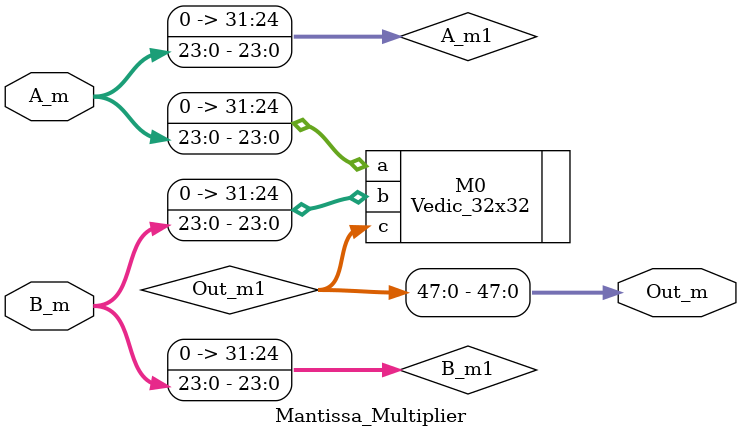
<source format=v>
module Mantissa_Multiplier (A_m,B_m,Out_m);
  input [23:0]A_m,B_m;
  output [47:0]Out_m; 
  wire [31:0]A_m1,B_m1;
  wire [63:0]Out_m1;

  assign A_m1={8'd0,A_m};
  assign B_m1={8'd0,B_m};
  assign Out_m=Out_m1[47:0];
  
	Vedic_32x32 M0 (
	.a(A_m1),
	.b(B_m1),
	.c(Out_m1)
	);     
  
endmodule
</source>
